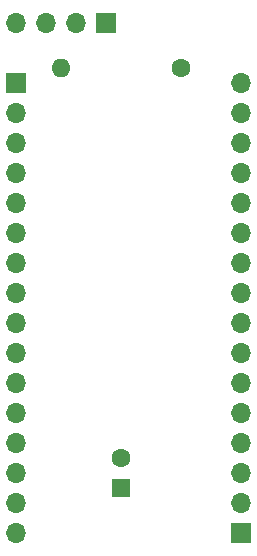
<source format=gbr>
%TF.GenerationSoftware,KiCad,Pcbnew,(5.1.7)-1*%
%TF.CreationDate,2022-07-02T23:21:54-03:00*%
%TF.ProjectId,ROMboard,524f4d62-6f61-4726-942e-6b696361645f,rev?*%
%TF.SameCoordinates,Original*%
%TF.FileFunction,Soldermask,Bot*%
%TF.FilePolarity,Negative*%
%FSLAX46Y46*%
G04 Gerber Fmt 4.6, Leading zero omitted, Abs format (unit mm)*
G04 Created by KiCad (PCBNEW (5.1.7)-1) date 2022-07-02 23:21:54*
%MOMM*%
%LPD*%
G01*
G04 APERTURE LIST*
%ADD10C,1.600000*%
%ADD11R,1.600000X1.600000*%
%ADD12O,1.600000X1.600000*%
%ADD13O,1.700000X1.700000*%
%ADD14R,1.700000X1.700000*%
G04 APERTURE END LIST*
D10*
%TO.C,C1*%
X39370000Y-87670000D03*
D11*
X39370000Y-90170000D03*
%TD*%
D12*
%TO.C,R1*%
X34290000Y-54610000D03*
D10*
X44450000Y-54610000D03*
%TD*%
D13*
%TO.C,J2*%
X30480000Y-50800000D03*
X33020000Y-50800000D03*
X35560000Y-50800000D03*
D14*
X38100000Y-50800000D03*
%TD*%
D13*
%TO.C,J1*%
X49530000Y-55880000D03*
X49530000Y-58420000D03*
X49530000Y-60960000D03*
X49530000Y-63500000D03*
X49530000Y-66040000D03*
X49530000Y-68580000D03*
X49530000Y-71120000D03*
X49530000Y-73660000D03*
X49530000Y-76200000D03*
X49530000Y-78740000D03*
X49530000Y-81280000D03*
X49530000Y-83820000D03*
X49530000Y-86360000D03*
X49530000Y-88900000D03*
X49530000Y-91440000D03*
D14*
X49530000Y-93980000D03*
%TD*%
D13*
%TO.C,J0*%
X30480000Y-93980000D03*
X30480000Y-91440000D03*
X30480000Y-88900000D03*
X30480000Y-86360000D03*
X30480000Y-83820000D03*
X30480000Y-81280000D03*
X30480000Y-78740000D03*
X30480000Y-76200000D03*
X30480000Y-73660000D03*
X30480000Y-71120000D03*
X30480000Y-68580000D03*
X30480000Y-66040000D03*
X30480000Y-63500000D03*
X30480000Y-60960000D03*
X30480000Y-58420000D03*
D14*
X30480000Y-55880000D03*
%TD*%
M02*

</source>
